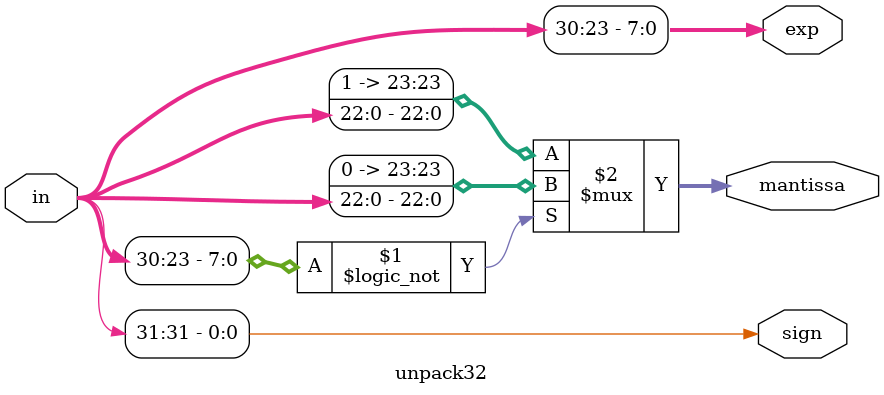
<source format=v>
module unpack32(in, sign, exp, mantissa);
    input [31:0] in;
    output sign;
    output [7:0] exp;
    output [23:0] mantissa;

    assign sign = in[31];
    assign exp = in[30:23];
    
    assign mantissa = (exp == 8'b0) ? {1'b0, in[22:0]} : {1'b1, in[22:0]};
endmodule

</source>
